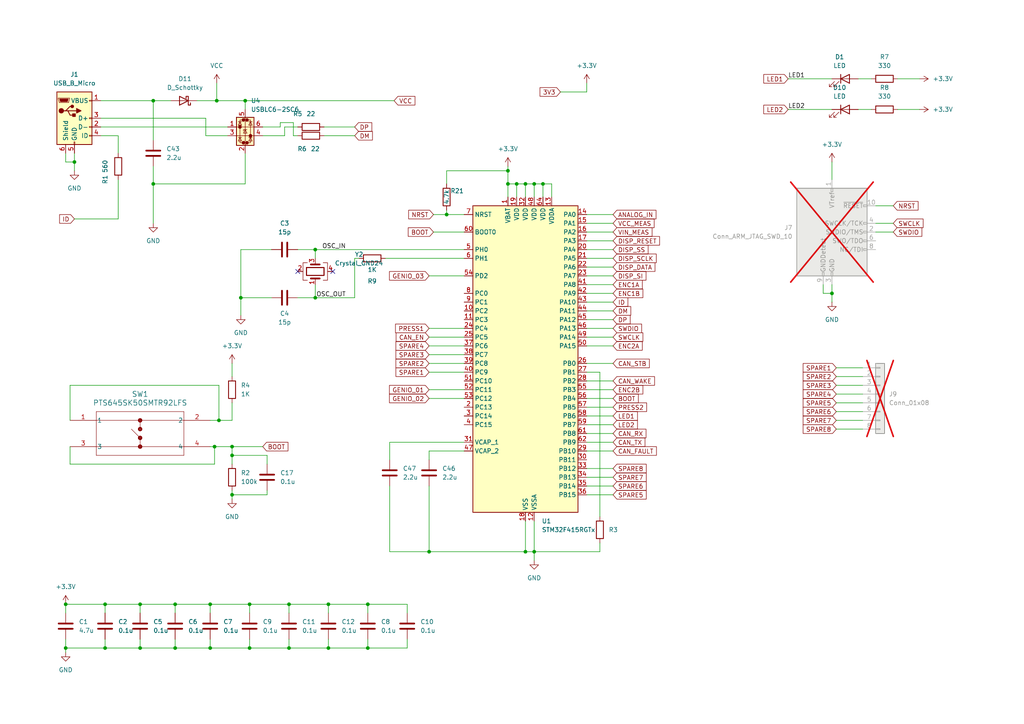
<source format=kicad_sch>
(kicad_sch (version 20231120) (generator "eeschema") (generator_version "8.0")
  (paper "A4")
  (lib_symbols
    (symbol "Connector:Conn_ARM_JTAG_SWD_10" (pin_names (offset 1.016))
      (property "Reference" "J" (at -2.54 16.51 0))
      (property "Value" "Conn_ARM_JTAG_SWD_10" (at -2.54 13.97 0))
      (symbol "Conn_ARM_JTAG_SWD_10_0_1"
        (rectangle (start -10.16 12.7) (end 10.16 -12.7) (stroke (width 0.254)) (fill (type background)))
        (rectangle (start -2.794 -12.7) (end -2.286 -11.684))
        (rectangle (start -0.254 -12.7) (end 0.254 -11.684))
        (rectangle (start -0.254 12.7) (end 0.254 11.684))
        (rectangle (start 9.144 2.286) (end 10.16 2.794))
        (rectangle (start 10.16 -2.794) (end 9.144 -2.286))
        (rectangle (start 10.16 -0.254) (end 9.144 0.254))
        (rectangle (start 10.16 7.874) (end 9.144 7.366))
      )
      (symbol "Conn_ARM_JTAG_SWD_10_1_1"
        (rectangle (start 9.144 -5.334) (end 10.16 -4.826))
        (pin power_in line (at 0 15.24 270) (length 2.54) (name "VTref") (number "1"))
        (pin open_collector line (at 12.7 7.62 180) (length 2.54) (name "~{RESET}") (number "10"))
        (pin bidirectional line (at 12.7 0 180) (length 2.54) (name "SWDIO/TMS") (number "2"))
        (pin power_in line (at 0 -15.24 90) (length 2.54) (name "GND") (number "3"))
        (pin output line (at 12.7 2.54 180) (length 2.54) (name "SWCLK/TCK") (number "4"))
        (pin passive line (at 0 -15.24 90) (length 2.54) hide (name "GND") (number "5"))
        (pin input line (at 12.7 -2.54 180) (length 2.54) (name "SWO/TDO") (number "6"))
        (pin no_connect line (at -10.16 0 0) (length 2.54) hide (name "KEY") (number "7"))
        (pin output line (at 12.7 -5.08 180) (length 2.54) (name "NC/TDI") (number "8"))
        (pin passive line (at -2.54 -15.24 90) (length 2.54) (name "GNDDetect") (number "9"))
      )
    )
    (symbol "Connector:USB_B_Micro" (pin_names (offset 1.016))
      (property "Reference" "J" (at -5.08 11.43 0))
      (property "Value" "USB_B_Micro" (at -5.08 8.89 0))
      (symbol "USB_B_Micro_0_1"
        (rectangle (start -5.08 -7.62) (end 5.08 7.62) (stroke (width 0.254)) (fill (type background)))
        (circle (center -3.81 2.159) (radius 0.635) (stroke (width 0.254)) (fill (type outline)))
        (circle (center -0.635 3.429) (radius 0.381) (stroke (width 0.254)) (fill (type outline)))
        (rectangle (start -0.127 -7.62) (end 0.127 -6.858))
        (polyline (pts (xy -1.905 2.159) (xy 0.635 2.159)) (stroke (width 0.254)))
        (polyline (pts (xy -3.175 2.159) (xy -2.54 2.159) (xy -1.27 3.429) (xy -0.635 3.429)) (stroke (width 0.254)))
        (polyline (pts (xy -2.54 2.159) (xy -1.905 2.159) (xy -1.27 0.889) (xy 0 0.889)) (stroke (width 0.254)))
        (polyline (pts (xy 0.635 2.794) (xy 0.635 1.524) (xy 1.905 2.159) (xy 0.635 2.794)) (stroke (width 0.254)) (fill (type outline)))
        (polyline (pts (xy -4.318 5.588) (xy -1.778 5.588) (xy -2.032 4.826) (xy -4.064 4.826) (xy -4.318 5.588)) (fill (type outline)))
        (polyline (pts (xy -4.699 5.842) (xy -4.699 5.588) (xy -4.445 4.826) (xy -4.445 4.572) (xy -1.651 4.572) (xy -1.651 4.826) (xy -1.397 5.588) (xy -1.397 5.842) (xy -4.699 5.842)))
        (rectangle (start 0.254 1.27) (end -0.508 0.508) (stroke (width 0.254)) (fill (type outline)))
        (rectangle (start 5.08 -5.207) (end 4.318 -4.953))
        (rectangle (start 5.08 -2.667) (end 4.318 -2.413))
        (rectangle (start 5.08 -0.127) (end 4.318 0.127))
        (rectangle (start 5.08 4.953) (end 4.318 5.207))
      )
      (symbol "USB_B_Micro_1_1"
        (pin power_out line (at 7.62 5.08 180) (length 2.54) (name "VBUS") (number "1"))
        (pin bidirectional line (at 7.62 -2.54 180) (length 2.54) (name "D-") (number "2"))
        (pin bidirectional line (at 7.62 0 180) (length 2.54) (name "D+") (number "3"))
        (pin passive line (at 7.62 -5.08 180) (length 2.54) (name "ID") (number "4"))
        (pin power_out line (at 0 -10.16 90) (length 2.54) (name "GND") (number "5"))
        (pin passive line (at -2.54 -10.16 90) (length 2.54) (name "Shield") (number "6"))
      )
    )
    (symbol "Connector_Generic:Conn_01x08" (pin_names (offset 1.016) hide)
      (property "Reference" "J" (at 0 10.16 0))
      (property "Value" "Conn_01x08" (at 0 -12.7 0))
      (symbol "Conn_01x08_1_1"
        (rectangle (start -1.27 -10.033) (end 0 -10.287) (stroke (width 0.1524)))
        (rectangle (start -1.27 -7.493) (end 0 -7.747) (stroke (width 0.1524)))
        (rectangle (start -1.27 -4.953) (end 0 -5.207) (stroke (width 0.1524)))
        (rectangle (start -1.27 -2.413) (end 0 -2.667) (stroke (width 0.1524)))
        (rectangle (start -1.27 0.127) (end 0 -0.127) (stroke (width 0.1524)))
        (rectangle (start -1.27 2.667) (end 0 2.413) (stroke (width 0.1524)))
        (rectangle (start -1.27 5.207) (end 0 4.953) (stroke (width 0.1524)))
        (rectangle (start -1.27 7.747) (end 0 7.493) (stroke (width 0.1524)))
        (rectangle (start -1.27 8.89) (end 1.27 -11.43) (stroke (width 0.254)) (fill (type background)))
        (pin passive line (at -5.08 7.62 0) (length 3.81) (name "Pin_1") (number "1"))
        (pin passive line (at -5.08 5.08 0) (length 3.81) (name "Pin_2") (number "2"))
        (pin passive line (at -5.08 2.54 0) (length 3.81) (name "Pin_3") (number "3"))
        (pin passive line (at -5.08 0 0) (length 3.81) (name "Pin_4") (number "4"))
        (pin passive line (at -5.08 -2.54 0) (length 3.81) (name "Pin_5") (number "5"))
        (pin passive line (at -5.08 -5.08 0) (length 3.81) (name "Pin_6") (number "6"))
        (pin passive line (at -5.08 -7.62 0) (length 3.81) (name "Pin_7") (number "7"))
        (pin passive line (at -5.08 -10.16 0) (length 3.81) (name "Pin_8") (number "8"))
      )
    )
    (symbol "Device:C" (pin_numbers hide) (pin_names (offset 0.254))
      (property "Reference" "C" (at 0.635 2.54 0))
      (property "Value" "C" (at 0.635 -2.54 0))
      (symbol "C_0_1"
        (polyline (pts (xy -2.032 -0.762) (xy 2.032 -0.762)) (stroke (width 0.508)))
        (polyline (pts (xy -2.032 0.762) (xy 2.032 0.762)) (stroke (width 0.508)))
      )
      (symbol "C_1_1"
        (pin passive line (at 0 3.81 270) (length 2.794) (name "~") (number "1"))
        (pin passive line (at 0 -3.81 90) (length 2.794) (name "~") (number "2"))
      )
    )
    (symbol "Device:Crystal_GND24" (pin_names (offset 1.016) hide)
      (property "Reference" "Y" (at 3.175 5.08 0))
      (property "Value" "Crystal_GND24" (at 3.175 3.175 0))
      (symbol "Crystal_GND24_0_1"
        (rectangle (start -1.143 2.54) (end 1.143 -2.54) (stroke (width 0.3048)))
        (polyline (pts (xy -2.54 0) (xy -2.032 0)))
        (polyline (pts (xy -2.032 -1.27) (xy -2.032 1.27)) (stroke (width 0.508)))
        (polyline (pts (xy 0 -3.81) (xy 0 -3.556)))
        (polyline (pts (xy 0 3.556) (xy 0 3.81)))
        (polyline (pts (xy 2.032 -1.27) (xy 2.032 1.27)) (stroke (width 0.508)))
        (polyline (pts (xy 2.032 0) (xy 2.54 0)))
        (polyline (pts (xy -2.54 -2.286) (xy -2.54 -3.556) (xy 2.54 -3.556) (xy 2.54 -2.286)))
        (polyline (pts (xy -2.54 2.286) (xy -2.54 3.556) (xy 2.54 3.556) (xy 2.54 2.286)))
      )
      (symbol "Crystal_GND24_1_1"
        (pin passive line (at -3.81 0 0) (length 1.27) (name "1") (number "1"))
        (pin passive line (at 0 5.08 270) (length 1.27) (name "2") (number "2"))
        (pin passive line (at 3.81 0 180) (length 1.27) (name "3") (number "3"))
        (pin passive line (at 0 -5.08 90) (length 1.27) (name "4") (number "4"))
      )
    )
    (symbol "Device:D_Schottky" (pin_numbers hide) (pin_names (offset 1.016) hide)
      (property "Reference" "D" (at 0 2.54 0))
      (property "Value" "D_Schottky" (at 0 -2.54 0))
      (symbol "D_Schottky_0_1"
        (polyline (pts (xy 1.27 0) (xy -1.27 0)))
        (polyline (pts (xy 1.27 1.27) (xy 1.27 -1.27) (xy -1.27 0) (xy 1.27 1.27)) (stroke (width 0.254)))
        (polyline (pts (xy -1.905 0.635) (xy -1.905 1.27) (xy -1.27 1.27) (xy -1.27 -1.27) (xy -0.635 -1.27) (xy -0.635 -0.635)) (stroke (width 0.254)))
      )
      (symbol "D_Schottky_1_1"
        (pin passive line (at -3.81 0 0) (length 2.54) (name "K") (number "1"))
        (pin passive line (at 3.81 0 180) (length 2.54) (name "A") (number "2"))
      )
    )
    (symbol "Device:LED" (pin_numbers hide) (pin_names (offset 1.016) hide)
      (property "Reference" "D" (at 0 2.54 0))
      (property "Value" "LED" (at 0 -2.54 0))
      (symbol "LED_0_1"
        (polyline (pts (xy -1.27 -1.27) (xy -1.27 1.27)) (stroke (width 0.254)))
        (polyline (pts (xy -1.27 0) (xy 1.27 0)))
        (polyline (pts (xy 1.27 -1.27) (xy 1.27 1.27) (xy -1.27 0) (xy 1.27 -1.27)) (stroke (width 0.254)))
        (polyline (pts (xy -3.048 -0.762) (xy -4.572 -2.286) (xy -3.81 -2.286) (xy -4.572 -2.286) (xy -4.572 -1.524)))
        (polyline (pts (xy -1.778 -0.762) (xy -3.302 -2.286) (xy -2.54 -2.286) (xy -3.302 -2.286) (xy -3.302 -1.524)))
      )
      (symbol "LED_1_1"
        (pin passive line (at -3.81 0 0) (length 2.54) (name "K") (number "1"))
        (pin passive line (at 3.81 0 180) (length 2.54) (name "A") (number "2"))
      )
    )
    (symbol "Device:R" (pin_numbers hide) (pin_names (offset 0))
      (property "Reference" "R" (at 2.032 0 90))
      (property "Value" "R" (at 0 0 90))
      (symbol "R_0_1"
        (rectangle (start -1.016 -2.54) (end 1.016 2.54) (stroke (width 0.254)))
      )
      (symbol "R_1_1"
        (pin passive line (at 0 3.81 270) (length 1.27) (name "~") (number "1"))
        (pin passive line (at 0 -3.81 90) (length 1.27) (name "~") (number "2"))
      )
    )
    (symbol "GND_1" (power) (pin_numbers hide) (pin_names (offset 0) hide)
      (property "Value" "GND" (at 0 -3.81 0))
      (symbol "GND_1_0_1"
        (polyline (pts (xy 0 0) (xy 0 -1.27) (xy 1.27 -1.27) (xy 0 -2.54) (xy -1.27 -1.27) (xy 0 -1.27)))
      )
      (symbol "GND_1_1_1"
        (pin power_in line (at 0 0 270) (length 0) (name "~") (number "1"))
      )
    )
    (symbol "General:PTS645SK50SMTR92LFS" (pin_names (offset 0.254))
      (property "Reference" "SW" (at 0 11.43 0))
      (property "Value" "PTS645SK50SMTR92LFS" (at 0 8.89 0))
      (symbol "PTS645SK50SMTR92LFS_1_1"
        (circle (center 0 -3.81) (radius 0.127) (stroke (width 0.508)))
        (circle (center 0 -1.27) (radius 0.127) (stroke (width 0.508)))
        (polyline (pts (xy -12.7 -6.35) (xy 12.7 -6.35)) (stroke (width 0.127)))
        (polyline (pts (xy -12.7 -3.81) (xy 12.7 -3.81)) (stroke (width 0.127)))
        (polyline (pts (xy -12.7 3.81) (xy 12.7 3.81)) (stroke (width 0.127)))
        (polyline (pts (xy -12.7 6.35) (xy -12.7 -6.35)) (stroke (width 0.127)))
        (polyline (pts (xy -2.54 1.27) (xy 0 -1.27)) (stroke (width 0.127)))
        (polyline (pts (xy 0 -1.27) (xy 0 -3.81)) (stroke (width 0.127)))
        (polyline (pts (xy 0 3.81) (xy 0 1.27)) (stroke (width 0.127)))
        (polyline (pts (xy 12.7 -6.35) (xy 12.7 6.35)) (stroke (width 0.127)))
        (polyline (pts (xy 12.7 6.35) (xy -12.7 6.35)) (stroke (width 0.127)))
        (circle (center 0 1.27) (radius 0.127) (stroke (width 0.508)))
        (circle (center 0 3.81) (radius 0.127) (stroke (width 0.508)))
        (pin unspecified line (at -20.32 3.81 0) (length 7.62) (name "1") (number "1"))
        (pin unspecified line (at 20.32 3.81 180) (length 7.62) (name "2") (number "2"))
        (pin unspecified line (at -20.32 -3.81 0) (length 7.62) (name "3") (number "3"))
        (pin unspecified line (at 20.32 -3.81 180) (length 7.62) (name "4") (number "4"))
      )
    )
    (symbol "MCU_ST_STM32F4:STM32F415RGTx"
      (property "Reference" "U" (at -15.24 46.99 0))
      (property "Value" "STM32F415RGTx" (at 10.16 46.99 0))
      (symbol "STM32F415RGTx_0_1"
        (rectangle (start -15.24 -43.18) (end 15.24 45.72) (stroke (width 0.254)) (fill (type background)))
      )
      (symbol "STM32F415RGTx_1_1"
        (pin power_in line (at -5.08 48.26 270) (length 2.54) (name "VBAT") (number "1"))
        (pin bidirectional line (at -17.78 15.24 0) (length 2.54) (name "PC2") (number "10"))
        (pin bidirectional line (at -17.78 12.7 0) (length 2.54) (name "PC3") (number "11"))
        (pin power_in line (at 2.54 -45.72 90) (length 2.54) (name "VSSA") (number "12"))
        (pin power_in line (at 7.62 48.26 270) (length 2.54) (name "VDDA") (number "13"))
        (pin bidirectional line (at 17.78 43.18 180) (length 2.54) (name "PA0") (number "14"))
        (pin bidirectional line (at 17.78 40.64 180) (length 2.54) (name "PA1") (number "15"))
        (pin bidirectional line (at 17.78 38.1 180) (length 2.54) (name "PA2") (number "16"))
        (pin bidirectional line (at 17.78 35.56 180) (length 2.54) (name "PA3") (number "17"))
        (pin power_in line (at 0 -45.72 90) (length 2.54) (name "VSS") (number "18"))
        (pin power_in line (at -2.54 48.26 270) (length 2.54) (name "VDD") (number "19"))
        (pin bidirectional line (at -17.78 -12.7 0) (length 2.54) (name "PC13") (number "2"))
        (pin bidirectional line (at 17.78 33.02 180) (length 2.54) (name "PA4") (number "20"))
        (pin bidirectional line (at 17.78 30.48 180) (length 2.54) (name "PA5") (number "21"))
        (pin bidirectional line (at 17.78 27.94 180) (length 2.54) (name "PA6") (number "22"))
        (pin bidirectional line (at 17.78 25.4 180) (length 2.54) (name "PA7") (number "23"))
        (pin bidirectional line (at -17.78 10.16 0) (length 2.54) (name "PC4") (number "24"))
        (pin bidirectional line (at -17.78 7.62 0) (length 2.54) (name "PC5") (number "25"))
        (pin bidirectional line (at 17.78 0 180) (length 2.54) (name "PB0") (number "26"))
        (pin bidirectional line (at 17.78 -2.54 180) (length 2.54) (name "PB1") (number "27"))
        (pin bidirectional line (at 17.78 -5.08 180) (length 2.54) (name "PB2") (number "28"))
        (pin bidirectional line (at 17.78 -25.4 180) (length 2.54) (name "PB10") (number "29"))
        (pin bidirectional line (at -17.78 -15.24 0) (length 2.54) (name "PC14") (number "3"))
        (pin bidirectional line (at 17.78 -27.94 180) (length 2.54) (name "PB11") (number "30"))
        (pin power_out line (at -17.78 -22.86 0) (length 2.54) (name "VCAP_1") (number "31"))
        (pin power_in line (at 0 48.26 270) (length 2.54) (name "VDD") (number "32"))
        (pin bidirectional line (at 17.78 -30.48 180) (length 2.54) (name "PB12") (number "33"))
        (pin bidirectional line (at 17.78 -33.02 180) (length 2.54) (name "PB13") (number "34"))
        (pin bidirectional line (at 17.78 -35.56 180) (length 2.54) (name "PB14") (number "35"))
        (pin bidirectional line (at 17.78 -38.1 180) (length 2.54) (name "PB15") (number "36"))
        (pin bidirectional line (at -17.78 5.08 0) (length 2.54) (name "PC6") (number "37"))
        (pin bidirectional line (at -17.78 2.54 0) (length 2.54) (name "PC7") (number "38"))
        (pin bidirectional line (at -17.78 0 0) (length 2.54) (name "PC8") (number "39"))
        (pin bidirectional line (at -17.78 -17.78 0) (length 2.54) (name "PC15") (number "4"))
        (pin bidirectional line (at -17.78 -2.54 0) (length 2.54) (name "PC9") (number "40"))
        (pin bidirectional line (at 17.78 22.86 180) (length 2.54) (name "PA8") (number "41"))
        (pin bidirectional line (at 17.78 20.32 180) (length 2.54) (name "PA9") (number "42"))
        (pin bidirectional line (at 17.78 17.78 180) (length 2.54) (name "PA10") (number "43"))
        (pin bidirectional line (at 17.78 15.24 180) (length 2.54) (name "PA11") (number "44"))
        (pin bidirectional line (at 17.78 12.7 180) (length 2.54) (name "PA12") (number "45"))
        (pin bidirectional line (at 17.78 10.16 180) (length 2.54) (name "PA13") (number "46"))
        (pin power_out line (at -17.78 -25.4 0) (length 2.54) (name "VCAP_2") (number "47"))
        (pin power_in line (at 2.54 48.26 270) (length 2.54) (name "VDD") (number "48"))
        (pin bidirectional line (at 17.78 7.62 180) (length 2.54) (name "PA14") (number "49"))
        (pin bidirectional line (at -17.78 33.02 0) (length 2.54) (name "PH0") (number "5"))
        (pin bidirectional line (at 17.78 5.08 180) (length 2.54) (name "PA15") (number "50"))
        (pin bidirectional line (at -17.78 -5.08 0) (length 2.54) (name "PC10") (number "51"))
        (pin bidirectional line (at -17.78 -7.62 0) (length 2.54) (name "PC11") (number "52"))
        (pin bidirectional line (at -17.78 -10.16 0) (length 2.54) (name "PC12") (number "53"))
        (pin bidirectional line (at -17.78 25.4 0) (length 2.54) (name "PD2") (number "54"))
        (pin bidirectional line (at 17.78 -7.62 180) (length 2.54) (name "PB3") (number "55"))
        (pin bidirectional line (at 17.78 -10.16 180) (length 2.54) (name "PB4") (number "56"))
        (pin bidirectional line (at 17.78 -12.7 180) (length 2.54) (name "PB5") (number "57"))
        (pin bidirectional line (at 17.78 -15.24 180) (length 2.54) (name "PB6") (number "58"))
        (pin bidirectional line (at 17.78 -17.78 180) (length 2.54) (name "PB7") (number "59"))
        (pin bidirectional line (at -17.78 30.48 0) (length 2.54) (name "PH1") (number "6"))
        (pin input line (at -17.78 38.1 0) (length 2.54) (name "BOOT0") (number "60"))
        (pin bidirectional line (at 17.78 -20.32 180) (length 2.54) (name "PB8") (number "61"))
        (pin bidirectional line (at 17.78 -22.86 180) (length 2.54) (name "PB9") (number "62"))
        (pin passive line (at 0 -45.72 90) (length 2.54) hide (name "VSS") (number "63"))
        (pin power_in line (at 5.08 48.26 270) (length 2.54) (name "VDD") (number "64"))
        (pin input line (at -17.78 43.18 0) (length 2.54) (name "NRST") (number "7"))
        (pin bidirectional line (at -17.78 20.32 0) (length 2.54) (name "PC0") (number "8"))
        (pin bidirectional line (at -17.78 17.78 0) (length 2.54) (name "PC1") (number "9"))
      )
    )
    (symbol "Power_Protection:USBLC6-2SC6" (pin_names hide)
      (property "Reference" "U" (at 0.635 5.715 0))
      (property "Value" "USBLC6-2SC6" (at 0.635 3.81 0))
      (symbol "USBLC6-2SC6_0_0"
        (circle (center -1.524 0) (radius 0.0001) (stroke (width 0.508)))
        (circle (center -0.508 -4.572) (radius 0.0001) (stroke (width 0.508)))
        (circle (center -0.508 2.032) (radius 0.0001) (stroke (width 0.508)))
        (circle (center 0.508 -4.572) (radius 0.0001) (stroke (width 0.508)))
        (circle (center 0.508 2.032) (radius 0.0001) (stroke (width 0.508)))
        (circle (center 1.524 -2.54) (radius 0.0001) (stroke (width 0.508)))
      )
      (symbol "USBLC6-2SC6_0_1"
        (polyline (pts (xy -2.54 -2.54) (xy 2.54 -2.54)))
        (polyline (pts (xy -2.54 0) (xy 2.54 0)))
        (polyline (pts (xy -2.032 -3.048) (xy -1.016 -3.048)))
        (polyline (pts (xy -1.016 1.524) (xy -2.032 1.524)))
        (polyline (pts (xy 1.016 -3.048) (xy 2.032 -3.048)))
        (polyline (pts (xy 1.016 1.524) (xy 2.032 1.524)))
        (polyline (pts (xy -0.508 -1.143) (xy -0.508 -0.762) (xy 0.508 -0.762)))
        (polyline (pts (xy -2.032 0.508) (xy -1.016 0.508) (xy -1.524 1.524) (xy -2.032 0.508)))
        (polyline (pts (xy -1.016 -4.064) (xy -2.032 -4.064) (xy -1.524 -3.048) (xy -1.016 -4.064)))
        (polyline (pts (xy 0.508 -1.778) (xy -0.508 -1.778) (xy 0 -0.762) (xy 0.508 -1.778)))
        (polyline (pts (xy 2.032 -4.064) (xy 1.016 -4.064) (xy 1.524 -3.048) (xy 2.032 -4.064)))
        (polyline (pts (xy 2.032 0.508) (xy 1.016 0.508) (xy 1.524 1.524) (xy 2.032 0.508)))
        (polyline (pts (xy 0 2.54) (xy -0.508 2.032) (xy 0.508 2.032) (xy 0 1.524) (xy 0 -4.064) (xy -0.508 -4.572) (xy 0.508 -4.572) (xy 0 -5.08)))
      )
      (symbol "USBLC6-2SC6_1_1"
        (rectangle (start -2.54 2.794) (end 2.54 -5.334) (stroke (width 0.254)) (fill (type background)))
        (polyline (pts (xy -0.508 2.032) (xy -1.524 2.032) (xy -1.524 -4.572) (xy -0.508 -4.572)))
        (polyline (pts (xy 0.508 -4.572) (xy 1.524 -4.572) (xy 1.524 2.032) (xy 0.508 2.032)))
        (pin passive line (at -5.08 0 0) (length 2.54) (name "I/O1") (number "1"))
        (pin passive line (at 0 -7.62 90) (length 2.54) (name "GND") (number "2"))
        (pin passive line (at -5.08 -2.54 0) (length 2.54) (name "I/O2") (number "3"))
        (pin passive line (at 5.08 -2.54 180) (length 2.54) (name "I/O2") (number "4"))
        (pin passive line (at 0 5.08 270) (length 2.54) (name "VBUS") (number "5"))
        (pin passive line (at 5.08 0 180) (length 2.54) (name "I/O1") (number "6"))
      )
    )
    (symbol "power:+3.3V" (power) (pin_names (offset 0))
      (property "Value" "+3.3V" (at 0 3.556 0))
      (symbol "+3.3V_0_1"
        (polyline (pts (xy -0.762 1.27) (xy 0 2.54)))
        (polyline (pts (xy 0 0) (xy 0 2.54)))
        (polyline (pts (xy 0 2.54) (xy 0.762 1.27)))
      )
      (symbol "+3.3V_1_1"
        (pin power_in line (at 0 0 90) (length 0) hide (name "+3.3V") (number "1"))
      )
    )
    (symbol "power:GND" (power) (pin_names (offset 0))
      (property "Value" "GND" (at 0 -3.81 0))
      (symbol "GND_0_1"
        (polyline (pts (xy 0 0) (xy 0 -1.27) (xy 1.27 -1.27) (xy 0 -2.54) (xy -1.27 -1.27) (xy 0 -1.27)))
      )
      (symbol "GND_1_1"
        (pin power_in line (at 0 0 270) (length 0) hide (name "GND") (number "1"))
      )
    )
    (symbol "power:VCC" (power) (pin_names (offset 0))
      (property "Value" "VCC" (at 0 3.81 0))
      (symbol "VCC_0_1"
        (polyline (pts (xy -0.762 1.27) (xy 0 2.54)))
        (polyline (pts (xy 0 0) (xy 0 2.54)))
        (polyline (pts (xy 0 2.54) (xy 0.762 1.27)))
      )
      (symbol "VCC_1_1"
        (pin power_in line (at 0 0 90) (length 0) hide (name "VCC") (number "1"))
      )
    )
  )
  (junction (at 83.82 175.26))
  (junction (at 30.48 187.96))
  (junction (at 72.39 175.26))
  (junction (at 124.46 160.02))
  (junction (at 60.96 175.26))
  (junction (at 157.48 53.34))
  (junction (at 21.59 46.99))
  (junction (at 19.05 187.96))
  (junction (at 152.4 53.34))
  (junction (at 50.8 175.26))
  (junction (at 83.82 187.96))
  (junction (at 129.54 62.23))
  (junction (at 30.48 175.26))
  (junction (at 91.44 72.39))
  (junction (at 19.05 175.26))
  (junction (at 154.94 160.02))
  (junction (at 44.45 53.34))
  (junction (at 147.32 53.34))
  (junction (at 147.32 49.53))
  (junction (at 69.85 86.36))
  (junction (at 154.94 53.34))
  (junction (at 91.44 86.36))
  (junction (at 40.64 175.26))
  (junction (at 50.8 187.96))
  (junction (at 67.31 129.54))
  (junction (at 95.25 175.26))
  (junction (at 72.39 187.96))
  (junction (at 106.68 187.96))
  (junction (at 241.3 85.09))
  (junction (at 149.86 53.34))
  (junction (at 62.23 129.54))
  (junction (at 44.45 29.21))
  (junction (at 62.865 29.21))
  (junction (at 67.31 143.51))
  (junction (at 63.5 121.92))
  (junction (at 67.31 132.08))
  (junction (at 40.64 187.96))
  (junction (at 71.12 29.21))
  (junction (at 95.25 187.96))
  (junction (at 60.96 187.96))
  (junction (at 106.68 175.26))
  (junction (at 152.4 160.02))
  (no_connect (at 96.52 78.74))
  (no_connect (at 86.36 78.74))
  (wire (pts (xy 118.11 175.26) (xy 106.68 175.26)))
  (wire (pts (xy 20.32 121.92) (xy 20.32 111.76)))
  (wire (pts (xy 20.32 129.54) (xy 20.32 134.62)))
  (wire (pts (xy 44.45 48.26) (xy 44.45 53.34)))
  (wire (pts (xy 71.12 29.21) (xy 71.12 31.75)))
  (wire (pts (xy 62.865 29.21) (xy 62.865 24.13)))
  (wire (pts (xy 20.32 134.62) (xy 62.23 134.62)))
  (wire (pts (xy 170.18 118.11) (xy 177.8 118.11)))
  (wire (pts (xy 77.47 143.51) (xy 67.31 143.51)))
  (wire (pts (xy 152.4 57.15) (xy 152.4 53.34)))
  (wire (pts (xy 40.64 175.26) (xy 50.8 175.26)))
  (wire (pts (xy 29.21 36.83) (xy 66.04 36.83)))
  (wire (pts (xy 147.32 48.26) (xy 147.32 49.53)))
  (wire (pts (xy 242.57 109.22) (xy 250.19 109.22)))
  (wire (pts (xy 173.99 160.02) (xy 154.94 160.02)))
  (wire (pts (xy 66.04 39.37) (xy 59.69 39.37)))
  (wire (pts (xy 91.44 86.36) (xy 102.87 86.36)))
  (wire (pts (xy 19.05 175.26) (xy 30.48 175.26)))
  (wire (pts (xy 124.46 133.35) (xy 124.46 130.81)))
  (wire (pts (xy 170.18 100.33) (xy 177.8 100.33)))
  (wire (pts (xy 238.76 85.09) (xy 241.3 85.09)))
  (wire (pts (xy 170.18 74.93) (xy 177.8 74.93)))
  (wire (pts (xy 170.18 138.43) (xy 177.8 138.43)))
  (wire (pts (xy 29.21 39.37) (xy 34.29 39.37)))
  (wire (pts (xy 170.18 82.55) (xy 177.8 82.55)))
  (wire (pts (xy 72.39 187.96) (xy 83.82 187.96)))
  (wire (pts (xy 81.28 36.83) (xy 81.28 35.56)))
  (wire (pts (xy 93.98 39.37) (xy 102.87 39.37)))
  (wire (pts (xy 242.57 114.3) (xy 250.19 114.3)))
  (wire (pts (xy 125.73 67.31) (xy 134.62 67.31)))
  (wire (pts (xy 78.74 72.39) (xy 69.85 72.39)))
  (wire (pts (xy 34.29 52.07) (xy 34.29 63.5)))
  (wire (pts (xy 72.39 175.26) (xy 72.39 177.8)))
  (wire (pts (xy 111.76 74.93) (xy 134.62 74.93)))
  (wire (pts (xy 157.48 53.34) (xy 154.94 53.34)))
  (wire (pts (xy 91.44 72.39) (xy 91.44 74.93)))
  (wire (pts (xy 50.8 185.42) (xy 50.8 187.96)))
  (wire (pts (xy 62.23 134.62) (xy 62.23 129.54)))
  (wire (pts (xy 95.25 175.26) (xy 95.25 177.8)))
  (wire (pts (xy 129.54 60.96) (xy 129.54 62.23)))
  (wire (pts (xy 30.48 187.96) (xy 19.05 187.96)))
  (wire (pts (xy 83.82 185.42) (xy 83.82 187.96)))
  (wire (pts (xy 57.15 29.21) (xy 62.865 29.21)))
  (wire (pts (xy 152.4 53.34) (xy 149.86 53.34)))
  (wire (pts (xy 170.18 120.65) (xy 177.8 120.65)))
  (wire (pts (xy 129.54 62.23) (xy 134.62 62.23)))
  (wire (pts (xy 72.39 175.26) (xy 83.82 175.26)))
  (wire (pts (xy 83.82 175.26) (xy 95.25 175.26)))
  (wire (pts (xy 242.57 111.76) (xy 250.19 111.76)))
  (wire (pts (xy 124.46 140.97) (xy 124.46 160.02)))
  (wire (pts (xy 228.6 22.86) (xy 241.3 22.86)))
  (wire (pts (xy 20.32 111.76) (xy 63.5 111.76)))
  (wire (pts (xy 60.96 185.42) (xy 60.96 187.96)))
  (wire (pts (xy 170.18 87.63) (xy 177.8 87.63)))
  (wire (pts (xy 67.31 129.54) (xy 76.2 129.54)))
  (wire (pts (xy 149.86 53.34) (xy 147.32 53.34)))
  (wire (pts (xy 29.21 34.29) (xy 59.69 34.29)))
  (wire (pts (xy 147.32 49.53) (xy 147.32 53.34)))
  (wire (pts (xy 124.46 130.81) (xy 134.62 130.81)))
  (wire (pts (xy 21.59 46.99) (xy 21.59 49.53)))
  (wire (pts (xy 157.48 57.15) (xy 157.48 53.34)))
  (wire (pts (xy 254 67.31) (xy 259.08 67.31)))
  (wire (pts (xy 67.31 132.08) (xy 67.31 134.62)))
  (wire (pts (xy 83.82 175.26) (xy 83.82 177.8)))
  (wire (pts (xy 102.87 74.93) (xy 102.87 86.36)))
  (wire (pts (xy 83.82 187.96) (xy 95.25 187.96)))
  (wire (pts (xy 59.69 34.29) (xy 59.69 39.37)))
  (wire (pts (xy 106.68 175.26) (xy 95.25 175.26)))
  (wire (pts (xy 40.64 185.42) (xy 40.64 187.96)))
  (wire (pts (xy 86.36 86.36) (xy 91.44 86.36)))
  (wire (pts (xy 60.96 175.26) (xy 60.96 177.8)))
  (wire (pts (xy 60.96 175.26) (xy 72.39 175.26)))
  (wire (pts (xy 19.05 175.26) (xy 19.05 177.8)))
  (wire (pts (xy 241.3 82.55) (xy 241.3 85.09)))
  (wire (pts (xy 76.2 36.83) (xy 81.28 36.83)))
  (wire (pts (xy 149.86 57.15) (xy 149.86 53.34)))
  (wire (pts (xy 124.46 105.41) (xy 134.62 105.41)))
  (wire (pts (xy 170.18 135.89) (xy 177.8 135.89)))
  (wire (pts (xy 106.68 187.96) (xy 118.11 187.96)))
  (wire (pts (xy 34.29 39.37) (xy 34.29 44.45)))
  (wire (pts (xy 170.18 97.79) (xy 177.8 97.79)))
  (wire (pts (xy 69.85 72.39) (xy 69.85 86.36)))
  (wire (pts (xy 170.18 107.95) (xy 173.99 107.95)))
  (wire (pts (xy 113.03 160.02) (xy 124.46 160.02)))
  (wire (pts (xy 154.94 53.34) (xy 152.4 53.34)))
  (wire (pts (xy 254 64.77) (xy 259.08 64.77)))
  (wire (pts (xy 254 59.69) (xy 259.08 59.69)))
  (wire (pts (xy 118.11 177.8) (xy 118.11 175.26)))
  (wire (pts (xy 78.74 86.36) (xy 69.85 86.36)))
  (wire (pts (xy 44.45 53.34) (xy 44.45 64.77)))
  (wire (pts (xy 170.18 26.67) (xy 170.18 24.13)))
  (wire (pts (xy 30.48 175.26) (xy 40.64 175.26)))
  (wire (pts (xy 50.8 187.96) (xy 40.64 187.96)))
  (wire (pts (xy 160.02 53.34) (xy 157.48 53.34)))
  (wire (pts (xy 21.59 44.45) (xy 21.59 46.99)))
  (wire (pts (xy 50.8 175.26) (xy 50.8 177.8)))
  (wire (pts (xy 30.48 175.26) (xy 30.48 177.8)))
  (wire (pts (xy 69.85 86.36) (xy 69.85 91.44)))
  (wire (pts (xy 170.18 143.51) (xy 177.8 143.51)))
  (wire (pts (xy 60.96 187.96) (xy 50.8 187.96)))
  (wire (pts (xy 71.12 29.21) (xy 114.3 29.21)))
  (wire (pts (xy 241.3 85.09) (xy 241.3 87.63)))
  (wire (pts (xy 91.44 86.36) (xy 91.44 82.55)))
  (wire (pts (xy 124.46 113.03) (xy 134.62 113.03)))
  (wire (pts (xy 30.48 185.42) (xy 30.48 187.96)))
  (wire (pts (xy 85.09 35.56) (xy 85.09 39.37)))
  (wire (pts (xy 95.25 185.42) (xy 95.25 187.96)))
  (wire (pts (xy 160.02 57.15) (xy 160.02 53.34)))
  (wire (pts (xy 170.18 67.31) (xy 177.8 67.31)))
  (wire (pts (xy 170.18 80.01) (xy 177.8 80.01)))
  (wire (pts (xy 170.18 72.39) (xy 177.8 72.39)))
  (wire (pts (xy 170.18 85.09) (xy 177.8 85.09)))
  (wire (pts (xy 113.03 128.27) (xy 113.03 133.35)))
  (wire (pts (xy 124.46 160.02) (xy 152.4 160.02)))
  (wire (pts (xy 228.6 31.75) (xy 241.3 31.75)))
  (wire (pts (xy 44.45 40.64) (xy 44.45 29.21)))
  (wire (pts (xy 67.31 142.24) (xy 67.31 143.51)))
  (wire (pts (xy 62.23 129.54) (xy 67.31 129.54)))
  (wire (pts (xy 170.18 92.71) (xy 177.8 92.71)))
  (wire (pts (xy 60.96 187.96) (xy 72.39 187.96)))
  (wire (pts (xy 19.05 46.99) (xy 21.59 46.99)))
  (wire (pts (xy 91.44 72.39) (xy 134.62 72.39)))
  (wire (pts (xy 40.64 187.96) (xy 30.48 187.96)))
  (wire (pts (xy 242.57 116.84) (xy 250.19 116.84)))
  (wire (pts (xy 63.5 111.76) (xy 63.5 121.92)))
  (wire (pts (xy 170.18 95.25) (xy 177.8 95.25)))
  (wire (pts (xy 77.47 132.08) (xy 67.31 132.08)))
  (wire (pts (xy 124.46 115.57) (xy 134.62 115.57)))
  (wire (pts (xy 67.31 105.41) (xy 67.31 109.22)))
  (wire (pts (xy 238.76 82.55) (xy 238.76 85.09)))
  (wire (pts (xy 118.11 185.42) (xy 118.11 187.96)))
  (wire (pts (xy 147.32 53.34) (xy 147.32 57.15)))
  (wire (pts (xy 242.57 106.68) (xy 250.19 106.68)))
  (wire (pts (xy 19.05 185.42) (xy 19.05 187.96)))
  (wire (pts (xy 154.94 160.02) (xy 154.94 162.56)))
  (wire (pts (xy 129.54 53.34) (xy 129.54 49.53)))
  (wire (pts (xy 162.56 26.67) (xy 170.18 26.67)))
  (wire (pts (xy 124.46 80.01) (xy 134.62 80.01)))
  (wire (pts (xy 82.55 36.83) (xy 82.55 39.37)))
  (wire (pts (xy 124.46 100.33) (xy 134.62 100.33)))
  (wire (pts (xy 170.18 113.03) (xy 177.8 113.03)))
  (wire (pts (xy 170.18 140.97) (xy 177.8 140.97)))
  (wire (pts (xy 248.92 22.86) (xy 252.73 22.86)))
  (wire (pts (xy 67.31 129.54) (xy 67.31 132.08)))
  (wire (pts (xy 170.18 77.47) (xy 177.8 77.47)))
  (wire (pts (xy 248.92 31.75) (xy 252.73 31.75)))
  (wire (pts (xy 242.57 119.38) (xy 250.19 119.38)))
  (wire (pts (xy 63.5 121.92) (xy 67.31 121.92)))
  (wire (pts (xy 170.18 125.73) (xy 177.8 125.73)))
  (wire (pts (xy 170.18 90.17) (xy 177.8 90.17)))
  (wire (pts (xy 124.46 95.25) (xy 134.62 95.25)))
  (wire (pts (xy 72.39 185.42) (xy 72.39 187.96)))
  (wire (pts (xy 173.99 107.95) (xy 173.99 149.86)))
  (wire (pts (xy 134.62 128.27) (xy 113.03 128.27)))
  (wire (pts (xy 152.4 160.02) (xy 154.94 160.02)))
  (wire (pts (xy 124.46 97.79) (xy 134.62 97.79)))
  (wire (pts (xy 154.94 151.13) (xy 154.94 160.02)))
  (wire (pts (xy 67.31 143.51) (xy 67.31 144.78)))
  (wire (pts (xy 102.87 74.93) (xy 104.14 74.93)))
  (wire (pts (xy 21.59 63.5) (xy 34.29 63.5)))
  (wire (pts (xy 242.57 121.92) (xy 250.19 121.92)))
  (wire (pts (xy 77.47 142.24) (xy 77.47 143.51)))
  (wire (pts (xy 60.96 129.54) (xy 62.23 129.54)))
  (wire (pts (xy 170.18 130.81) (xy 177.8 130.81)))
  (wire (pts (xy 86.36 36.83) (xy 82.55 36.83)))
  (wire (pts (xy 170.18 69.85) (xy 177.8 69.85)))
  (wire (pts (xy 152.4 151.13) (xy 152.4 160.02)))
  (wire (pts (xy 106.68 185.42) (xy 106.68 187.96)))
  (wire (pts (xy 173.99 157.48) (xy 173.99 160.02)))
  (wire (pts (xy 241.3 46.99) (xy 241.3 52.07)))
  (wire (pts (xy 170.18 110.49) (xy 177.8 110.49)))
  (wire (pts (xy 93.98 36.83) (xy 102.87 36.83)))
  (wire (pts (xy 260.35 22.86) (xy 266.7 22.86)))
  (wire (pts (xy 19.05 187.96) (xy 19.05 189.23)))
  (wire (pts (xy 113.03 140.97) (xy 113.03 160.02)))
  (wire (pts (xy 40.64 177.8) (xy 40.64 175.26)))
  (wire (pts (xy 95.25 187.96) (xy 106.68 187.96)))
  (wire (pts (xy 154.94 57.15) (xy 154.94 53.34)))
  (wire (pts (xy 125.73 62.23) (xy 129.54 62.23)))
  (wire (pts (xy 44.45 29.21) (xy 49.53 29.21)))
  (wire (pts (xy 85.09 39.37) (xy 86.36 39.37)))
  (wire (pts (xy 77.47 134.62) (xy 77.47 132.08)))
  (wire (pts (xy 19.05 44.45) (xy 19.05 46.99)))
  (wire (pts (xy 129.54 49.53) (xy 147.32 49.53)))
  (wire (pts (xy 170.18 115.57) (xy 177.8 115.57)))
  (wire (pts (xy 50.8 175.26) (xy 60.96 175.26)))
  (wire (pts (xy 242.57 124.46) (xy 250.19 124.46)))
  (wire (pts (xy 71.12 44.45) (xy 71.12 53.34)))
  (wire (pts (xy 124.46 102.87) (xy 134.62 102.87)))
  (wire (pts (xy 29.21 29.21) (xy 44.45 29.21)))
  (wire (pts (xy 170.18 62.23) (xy 177.8 62.23)))
  (wire (pts (xy 62.865 29.21) (xy 71.12 29.21)))
  (wire (pts (xy 81.28 35.56) (xy 85.09 35.56)))
  (wire (pts (xy 170.18 123.19) (xy 177.8 123.19)))
  (wire (pts (xy 170.18 64.77) (xy 177.8 64.77)))
  (wire (pts (xy 82.55 39.37) (xy 76.2 39.37)))
  (wire (pts (xy 71.12 53.34) (xy 44.45 53.34)))
  (wire (pts (xy 86.36 72.39) (xy 91.44 72.39)))
  (wire (pts (xy 124.46 107.95) (xy 134.62 107.95)))
  (wire (pts (xy 106.68 175.26) (xy 106.68 177.8)))
  (wire (pts (xy 170.18 128.27) (xy 177.8 128.27)))
  (wire (pts (xy 67.31 116.84) (xy 67.31 121.92)))
  (wire (pts (xy 170.18 105.41) (xy 177.8 105.41)))
  (wire (pts (xy 60.96 121.92) (xy 63.5 121.92)))
  (wire (pts (xy 260.35 31.75) (xy 266.7 31.75)))
  (label "OSC_IN" (at 100.33 72.39 180))
  (label "LED1" (at 228.6 22.86 0))
  (label "OSC_OUT" (at 100.33 86.36 180))
  (label "LED2" (at 228.6 31.75 0))
  (global_label "BOOT" (shape input) (at 76.2 129.54 0) (property "Intersheetrefs" "${INTERSHEET_REFS}" (effects (hide yes))))
  (global_label "ANALOG_IN" (shape input) (at 177.8 62.23 0) (property "Intersheetrefs" "${INTERSHEET_REFS}" (effects (hide yes))))
  (global_label "SWCLK" (shape input) (at 259.08 64.77 0) (property "Intersheetrefs" "${INTERSHEET_REFS}" (effects (hide yes))))
  (global_label "SWDIO" (shape input) (at 259.08 67.31 0) (property "Intersheetrefs" "${INTERSHEET_REFS}" (effects (hide yes))))
  (global_label "DP" (shape input) (at 102.87 36.83 0) (property "Intersheetrefs" "${INTERSHEET_REFS}" (effects (hide yes))))
  (global_label "GENIO_02" (shape input) (at 124.46 115.57 180) (property "Intersheetrefs" "${INTERSHEET_REFS}" (effects (hide yes))))
  (global_label "VIN_MEAS" (shape input) (at 177.8 67.31 0) (property "Intersheetrefs" "${INTERSHEET_REFS}" (effects (hide yes))))
  (global_label "SPARE4" (shape input) (at 124.46 100.33 180) (property "Intersheetrefs" "${INTERSHEET_REFS}" (effects (hide yes))))
  (global_label "DISP_SS" (shape input) (at 177.8 72.39 0) (property "Intersheetrefs" "${INTERSHEET_REFS}" (effects (hide yes))))
  (global_label "DISP_SI" (shape input) (at 177.8 80.01 0) (property "Intersheetrefs" "${INTERSHEET_REFS}" (effects (hide yes))))
  (global_label "3V3" (shape input) (at 162.56 26.67 180) (property "Intersheetrefs" "${INTERSHEET_REFS}" (effects (hide yes))))
  (global_label "CAN_TX" (shape input) (at 177.8 128.27 0) (property "Intersheetrefs" "${INTERSHEET_REFS}" (effects (hide yes))))
  (global_label "SPARE7" (shape input) (at 177.8 138.43 0) (property "Intersheetrefs" "${INTERSHEET_REFS}" (effects (hide yes))))
  (global_label "BOOT" (shape input) (at 125.73 67.31 180) (property "Intersheetrefs" "${INTERSHEET_REFS}" (effects (hide yes))))
  (global_label "LED2" (shape input) (at 228.6 31.75 180) (property "Intersheetrefs" "${INTERSHEET_REFS}" (effects (hide yes))))
  (global_label "SPARE2" (shape input) (at 242.57 109.22 180) (property "Intersheetrefs" "${INTERSHEET_REFS}" (effects (hide yes))))
  (global_label "SPARE6" (shape input) (at 177.8 140.97 0) (property "Intersheetrefs" "${INTERSHEET_REFS}" (effects (hide yes))))
  (global_label "ENC1B" (shape input) (at 177.8 85.09 0) (property "Intersheetrefs" "${INTERSHEET_REFS}" (effects (hide yes))))
  (global_label "LED1" (shape input) (at 177.8 120.65 0) (property "Intersheetrefs" "${INTERSHEET_REFS}" (effects (hide yes))))
  (global_label "SPARE7" (shape input) (at 242.57 121.92 180) (property "Intersheetrefs" "${INTERSHEET_REFS}" (effects (hide yes))))
  (global_label "ENC2B" (shape input) (at 177.8 113.03 0) (property "Intersheetrefs" "${INTERSHEET_REFS}" (effects (hide yes))))
  (global_label "SPARE3" (shape input) (at 242.57 111.76 180) (property "Intersheetrefs" "${INTERSHEET_REFS}" (effects (hide yes))))
  (global_label "SPARE8" (shape input) (at 177.8 135.89 0) (property "Intersheetrefs" "${INTERSHEET_REFS}" (effects (hide yes))))
  (global_label "DISP_RESET" (shape input) (at 177.8 69.85 0) (property "Intersheetrefs" "${INTERSHEET_REFS}" (effects (hide yes))))
  (global_label "SPARE5" (shape input) (at 242.57 116.84 180) (property "Intersheetrefs" "${INTERSHEET_REFS}" (effects (hide yes))))
  (global_label "SWCLK" (shape input) (at 177.8 97.79 0) (property "Intersheetrefs" "${INTERSHEET_REFS}" (effects (hide yes))))
  (global_label "SPARE1" (shape input) (at 124.46 107.95 180) (property "Intersheetrefs" "${INTERSHEET_REFS}" (effects (hide yes))))
  (global_label "PRESS1" (shape input) (at 124.46 95.25 180) (property "Intersheetrefs" "${INTERSHEET_REFS}" (effects (hide yes))))
  (global_label "SPARE3" (shape input) (at 124.46 102.87 180) (property "Intersheetrefs" "${INTERSHEET_REFS}" (effects (hide yes))))
  (global_label "DM" (shape input) (at 177.8 90.17 0) (property "Intersheetrefs" "${INTERSHEET_REFS}" (effects (hide yes))))
  (global_label "ID" (shape input) (at 177.8 87.63 0) (property "Intersheetrefs" "${INTERSHEET_REFS}" (effects (hide yes))))
  (global_label "SPARE4" (shape input) (at 242.57 114.3 180) (property "Intersheetrefs" "${INTERSHEET_REFS}" (effects (hide yes))))
  (global_label "DM" (shape input) (at 102.87 39.37 0) (property "Intersheetrefs" "${INTERSHEET_REFS}" (effects (hide yes))))
  (global_label "BOOT" (shape input) (at 177.8 115.57 0) (property "Intersheetrefs" "${INTERSHEET_REFS}" (effects (hide yes))))
  (global_label "LED1" (shape input) (at 228.6 22.86 180) (property "Intersheetrefs" "${INTERSHEET_REFS}" (effects (hide yes))))
  (global_label "ENC1A" (shape input) (at 177.8 82.55 0) (property "Intersheetrefs" "${INTERSHEET_REFS}" (effects (hide yes))))
  (global_label "SPARE8" (shape input) (at 242.57 124.46 180) (property "Intersheetrefs" "${INTERSHEET_REFS}" (effects (hide yes))))
  (global_label "DISP_SCLK" (shape input) (at 177.8 74.93 0) (property "Intersheetrefs" "${INTERSHEET_REFS}" (effects (hide yes))))
  (global_label "SPARE2" (shape input) (at 124.46 105.41 180) (property "Intersheetrefs" "${INTERSHEET_REFS}" (effects (hide yes))))
  (global_label "SPARE1" (shape input) (at 242.57 106.68 180) (property "Intersheetrefs" "${INTERSHEET_REFS}" (effects (hide yes))))
  (global_label "ID" (shape input) (at 21.59 63.5 180) (property "Intersheetrefs" "${INTERSHEET_REFS}" (effects (hide yes))))
  (global_label "PRESS2" (shape input) (at 177.8 118.11 0) (property "Intersheetrefs" "${INTERSHEET_REFS}" (effects (hide yes))))
  (global_label "LED2" (shape input) (at 177.8 123.19 0) (property "Intersheetrefs" "${INTERSHEET_REFS}" (effects (hide yes))))
  (global_label "CAN_STB" (shape input) (at 177.8 105.41 0) (property "Intersheetrefs" "${INTERSHEET_REFS}" (effects (hide yes))))
  (global_label "NRST" (shape input) (at 259.08 59.69 0) (property "Intersheetrefs" "${INTERSHEET_REFS}" (effects (hide yes))))
  (global_label "SPARE6" (shape input) (at 242.57 119.38 180) (property "Intersheetrefs" "${INTERSHEET_REFS}" (effects (hide yes))))
  (global_label "SPARE5" (shape input) (at 177.8 143.51 0) (property "Intersheetrefs" "${INTERSHEET_REFS}" (effects (hide yes))))
  (global_label "CAN_FAULT" (shape input) (at 177.8 130.81 0) (property "Intersheetrefs" "${INTERSHEET_REFS}" (effects (hide yes))))
  (global_label "ENC2A" (shape input) (at 177.8 100.33 0) (property "Intersheetrefs" "${INTERSHEET_REFS}" (effects (hide yes))))
  (global_label "SWDIO" (shape input) (at 177.8 95.25 0) (property "Intersheetrefs" "${INTERSHEET_REFS}" (effects (hide yes))))
  (global_label "CAN_EN" (shape input) (at 124.46 97.79 180) (property "Intersheetrefs" "${INTERSHEET_REFS}" (effects (hide yes))))
  (global_label "DP" (shape input) (at 177.8 92.71 0) (property "Intersheetrefs" "${INTERSHEET_REFS}" (effects (hide yes))))
  (global_label "DISP_DATA" (shape input) (at 177.8 77.47 0) (property "Intersheetrefs" "${INTERSHEET_REFS}" (effects (hide yes))))
  (global_label "VCC_MEAS" (shape input) (at 177.8 64.77 0) (property "Intersheetrefs" "${INTERSHEET_REFS}" (effects (hide yes))))
  (global_label "VCC" (shape input) (at 114.3 29.21 0) (property "Intersheetrefs" "${INTERSHEET_REFS}" (effects (hide yes))))
  (global_label "CAN_WAKE" (shape input) (at 177.8 110.49 0) (property "Intersheetrefs" "${INTERSHEET_REFS}" (effects (hide yes))))
  (global_label "GENIO_01" (shape input) (at 124.46 113.03 180) (property "Intersheetrefs" "${INTERSHEET_REFS}" (effects (hide yes))))
  (global_label "CAN_RX" (shape input) (at 177.8 125.73 0) (property "Intersheetrefs" "${INTERSHEET_REFS}" (effects (hide yes))))
  (global_label "NRST" (shape input) (at 125.73 62.23 180) (property "Intersheetrefs" "${INTERSHEET_REFS}" (effects (hide yes))))
  (global_label "GENIO_03" (shape input) (at 124.46 80.01 180) (property "Intersheetrefs" "${INTERSHEET_REFS}" (effects (hide yes))))
  (symbol (lib_id "power:+3.3V") (at 19.05 175.26 0) (unit 1)
    (property "Reference" "#PWR01" (effects (hide yes)))
    (property "Value" "+3.3V" (at 19.05 170.18 0))
  )
  (symbol (lib_id "power:GND") (at 67.31 144.78 0) (unit 1)
    (property "Reference" "#PWR04" (effects (hide yes)))
    (property "Value" "GND" (at 67.31 149.86 0))
  )
  (symbol (lib_id "Device:C") (at 50.8 181.61 0) (unit 1)
    (property "Reference" "C6" (at 54.61 180.34 0) (effects (justify left)))
    (property "Value" "0.1u" (at 54.61 182.88 0) (effects (justify left)))
    (property "Footprint" "Capacitor_SMD:C_0402_1005Metric" (effects (hide yes)))
    (property "JLCPCB" "C1525" (effects (hide yes)))
  )
  (symbol (lib_id "Device:R") (at 90.17 39.37 90) (unit 1)
    (property "Reference" "R6" (at 87.63 43.18 90))
    (property "Value" "22" (at 91.44 43.18 90))
    (property "Footprint" "Resistor_SMD:R_0402_1005Metric" (effects (hide yes)))
  )
  (symbol (lib_id "Device:C") (at 95.25 181.61 0) (unit 1)
    (property "Reference" "C12" (at 99.06 180.34 0) (effects (justify left)))
    (property "Value" "0.1u" (at 99.06 182.88 0) (effects (justify left)))
    (property "Footprint" "Capacitor_SMD:C_0402_1005Metric" (effects (hide yes)))
    (property "JLCPCB" "C1525" (effects (hide yes)))
  )
  (symbol (lib_id "Device:LED") (at 245.11 31.75 0) (unit 1)
    (property "Reference" "D10" (at 243.5225 25.4 0))
    (property "Value" "LED" (at 243.5225 27.94 0))
    (property "Footprint" "LED_SMD:LED_0603_1608Metric" (effects (hide yes)))
    (property "JLCPCB" "C2286" (effects (hide yes)))
  )
  (symbol (lib_id "Device:D_Schottky") (at 53.34 29.21 180) (unit 1)
    (property "Reference" "D11" (at 53.6575 22.86 0))
    (property "Value" "D_Schottky" (at 53.6575 25.4 0))
    (property "Footprint" "Diode_SMD:D_SOD-123" (effects (hide yes)))
    (property "Digikey" "B0540W-FDICT-ND" (effects (hide yes)))
    (property "JLCPCB" "C8598" (effects (hide yes)))
  )
  (symbol (lib_id "Device:C") (at 106.68 181.61 0) (unit 1)
    (property "Reference" "C8" (at 110.49 180.34 0) (effects (justify left)))
    (property "Value" "0.1u" (at 110.49 182.88 0) (effects (justify left)))
    (property "Footprint" "Capacitor_SMD:C_0402_1005Metric" (effects (hide yes)))
    (property "JLCPCB" "C1525" (effects (hide yes)))
  )
  (symbol (lib_id "Device:C") (at 60.96 181.61 0) (unit 1)
    (property "Reference" "C7" (at 64.77 180.34 0) (effects (justify left)))
    (property "Value" "0.1u" (at 64.77 182.88 0) (effects (justify left)))
    (property "Footprint" "Capacitor_SMD:C_0402_1005Metric" (effects (hide yes)))
    (property "JLCPCB" "C1525" (effects (hide yes)))
  )
  (symbol (lib_id "Device:C") (at 82.55 86.36 90) (unit 1)
    (property "Reference" "C4" (at 82.55 90.932 90))
    (property "Value" "15p" (at 82.55 93.472 90))
    (property "Footprint" "Capacitor_SMD:C_0402_1005Metric" (effects (hide yes)))
    (property "JLCPCB" "C1548" (effects (hide yes)))
  )
  (symbol (lib_id "power:GND") (at 44.45 64.77 0) (unit 1)
    (property "Reference" "#PWR07" (effects (hide yes)))
    (property "Value" "GND" (at 44.45 69.85 0))
  )
  (symbol (lib_id "Device:C") (at 83.82 181.61 0) (unit 1)
    (property "Reference" "C11" (at 87.63 180.34 0) (effects (justify left)))
    (property "Value" "0.1u" (at 87.63 182.88 0) (effects (justify left)))
    (property "Footprint" "Capacitor_SMD:C_0402_1005Metric" (effects (hide yes)))
    (property "JLCPCB" "C1525" (effects (hide yes)))
  )
  (symbol (lib_id "power:GND") (at 21.59 49.53 0) (unit 1)
    (property "Reference" "#PWR05" (effects (hide yes)))
    (property "Value" "GND" (at 21.59 54.61 0))
  )
  (symbol (lib_id "Device:C") (at 40.64 181.61 0) (unit 1)
    (property "Reference" "C5" (at 44.45 180.34 0) (effects (justify left)))
    (property "Value" "0.1u" (at 44.45 182.88 0) (effects (justify left)))
    (property "Footprint" "Capacitor_SMD:C_0402_1005Metric" (effects (hide yes)))
    (property "JLCPCB" "C1525" (effects (hide yes)))
  )
  (symbol (lib_id "Connector:Conn_ARM_JTAG_SWD_10") (at 241.3 67.31 0) (unit 1) (dnp yes)
    (property "Reference" "J7" (at 229.87 66.0399 0) (effects (justify right)))
    (property "Value" "Conn_ARM_JTAG_SWD_10" (at 229.87 68.5799 0) (effects (justify right)))
    (property "Footprint" "Connector:Tag-Connect_TC2050-IDC-NL_2x05_P1.27mm_Vertical_with_bottom_clip" (effects (hide yes)))
    (property "Datasheet" "http://infocenter.arm.com/help/topic/com.arm.doc.ddi0314h/DDI0314H_coresight_components_trm.pdf" (effects (hide yes)))
    (property "Description" "Cortex Debug Connector, standard ARM Cortex-M SWD and JTAG interface" (effects (hide yes)))
  )
  (symbol (lib_id "Connector_Generic:Conn_01x08") (at 255.27 114.3 0) (unit 1) (dnp yes)
    (property "Reference" "J9" (at 257.81 114.2999 0) (effects (justify left)))
    (property "Value" "Conn_01x08" (at 257.81 116.8399 0) (effects (justify left)))
    (property "Footprint" "Connector_PinSocket_2.54mm:PinSocket_1x08_P2.54mm_Vertical" (effects (hide yes)))
    (property "Description" "Generic connector, single row, 01x08, script generated (kicad-library-utils/schlib/autogen/connector/)" (effects (hide yes)))
  )
  (symbol (lib_id "Device:R") (at 256.54 22.86 90) (unit 1)
    (property "Reference" "R7" (at 256.54 16.51 90))
    (property "Value" "330" (at 256.54 19.05 90))
    (property "Footprint" "Resistor_SMD:R_0402_1005Metric" (effects (hide yes)))
  )
  (symbol (lib_id "Device:C") (at 77.47 138.43 0) (unit 1)
    (property "Reference" "C17" (at 81.28 137.16 0) (effects (justify left)))
    (property "Value" "0.1u" (at 81.28 139.7 0) (effects (justify left)))
    (property "Footprint" "Capacitor_SMD:C_0402_1005Metric" (effects (hide yes)))
    (property "JLCPCB" "C1525" (effects (hide yes)))
  )
  (symbol (lib_id "Device:C") (at 30.48 181.61 0) (unit 1)
    (property "Reference" "C2" (at 34.29 180.34 0) (effects (justify left)))
    (property "Value" "0.1u" (at 34.29 182.88 0) (effects (justify left)))
    (property "Footprint" "Capacitor_SMD:C_0402_1005Metric" (effects (hide yes)))
    (property "JLCPCB" "C1525" (effects (hide yes)))
  )
  (symbol (lib_id "Device:C") (at 118.11 181.61 0) (unit 1)
    (property "Reference" "C10" (at 121.92 180.34 0) (effects (justify left)))
    (property "Value" "0.1u" (at 121.92 182.88 0) (effects (justify left)))
    (property "Footprint" "Capacitor_SMD:C_0402_1005Metric" (effects (hide yes)))
    (property "JLCPCB" "C1525" (effects (hide yes)))
  )
  (symbol (lib_id "Device:R") (at 34.29 48.26 180) (unit 1)
    (property "Reference" "R1" (at 30.48 52.07 90))
    (property "Value" "560" (at 30.48 48.26 90))
    (property "Footprint" "Resistor_SMD:R_0603_1608Metric" (effects (hide yes)))
  )
  (symbol (lib_id "Device:C") (at 44.45 44.45 180) (unit 1)
    (property "Reference" "C43" (at 48.26 43.18 0) (effects (justify right)))
    (property "Value" "2.2u" (at 48.26 45.72 0) (effects (justify right)))
    (property "Footprint" "Capacitor_SMD:C_0603_1608Metric" (effects (hide yes)))
    (property "JLCPCB" "C23630" (effects (hide yes)))
  )
  (symbol (lib_id "power:+3.3V") (at 67.31 105.41 0) (unit 1)
    (property "Reference" "#PWR09" (effects (hide yes)))
    (property "Value" "+3.3V" (at 67.31 100.33 0))
  )
  (symbol (lib_id "power:GND") (at 69.85 91.44 0) (unit 1)
    (property "Reference" "#PWR03" (effects (hide yes)))
    (property "Value" "GND" (at 69.85 96.52 0))
  )
  (symbol (lib_id "Device:R") (at 256.54 31.75 90) (unit 1)
    (property "Reference" "R8" (at 256.54 25.4 90))
    (property "Value" "330" (at 256.54 27.94 90))
    (property "Footprint" "Resistor_SMD:R_0402_1005Metric" (effects (hide yes)))
  )
  (symbol (lib_id "Device:R") (at 129.54 57.15 180) (unit 1)
    (property "Reference" "R21" (at 132.588 55.372 0))
    (property "Value" "4.7k" (at 129.54 57.15 90))
    (property "Footprint" "Resistor_SMD:R_0402_1005Metric" (effects (hide yes)))
  )
  (symbol (lib_id "power:GND") (at 154.94 162.56 0) (unit 1)
    (property "Reference" "#PWR010" (effects (hide yes)))
    (property "Value" "GND" (at 154.94 167.64 0))
  )
  (symbol (lib_id "power:GND") (at 19.05 189.23 0) (unit 1)
    (property "Reference" "#PWR02" (effects (hide yes)))
    (property "Value" "GND" (at 19.05 194.31 0))
  )
  (symbol (lib_id "General:PTS645SK50SMTR92LFS") (at 40.64 125.73 0) (unit 1)
    (property "Reference" "SW1" (at 40.64 114.3 0) (effects (font (size 1.524 1.524))))
    (property "Value" "PTS645SK50SMTR92LFS" (at 40.64 116.84 0) (effects (font (size 1.524 1.524))))
    (property "Footprint" "footprints:PTS645SK50SMTR92LFS_CNK" (effects (hide yes)))
    (property "Datasheet" "PTS645SK50SMTR92LFS" (effects (hide yes)))
    (property "JLCPCB" "C221872" (effects (hide yes)))
  )
  (symbol (lib_name "GND_1") (lib_id "power:GND") (at 241.3 87.63 0) (unit 1)
    (property "Reference" "#PWR019" (effects (hide yes)))
    (property "Value" "GND" (at 241.3 92.71 0))
    (property "Description" "Power symbol creates a global label with name \"GND\" , ground" (effects (hide yes)))
  )
  (symbol (lib_id "Device:R") (at 107.95 74.93 270) (unit 1)
    (property "Reference" "R9" (at 107.95 81.534 90))
    (property "Value" "1K" (at 107.95 78.232 90))
    (property "Footprint" "Resistor_SMD:R_0402_1005Metric" (effects (hide yes)))
  )
  (symbol (lib_id "Device:Crystal_GND24") (at 91.44 78.74 90) (unit 1)
    (property "Reference" "Y2" (at 104.14 73.7868 90))
    (property "Value" "Crystal_GND24" (at 104.14 76.3268 90))
    (property "Footprint" "Crystal:Crystal_SMD_3225-4Pin_3.2x2.5mm" (effects (hide yes)))
    (property "Description" "Four pin crystal, GND on pins 2 and 4" (effects (hide yes)))
    (property "JLCPCB" "C156247" (effects (hide yes)))
  )
  (symbol (lib_id "Device:R") (at 67.31 138.43 0) (unit 1)
    (property "Reference" "R2" (at 69.85 137.1599 0) (effects (justify left)))
    (property "Value" "100k" (at 69.85 139.6999 0) (effects (justify left)))
    (property "Footprint" "Resistor_SMD:R_0402_1005Metric" (effects (hide yes)))
  )
  (symbol (lib_id "Power_Protection:USBLC6-2SC6") (at 71.12 36.83 0) (unit 1)
    (property "Reference" "U4" (at 72.7711 29.21 0) (effects (justify left)))
    (property "Value" "USBLC6-2SC6" (at 72.7711 31.75 0) (effects (justify left)))
    (property "Footprint" "Package_TO_SOT_SMD:SOT-23-6" (effects (hide yes)))
    (property "Datasheet" "https://www.st.com/resource/en/datasheet/usblc6-2.pdf" (effects (hide yes)))
    (property "Description" "Very low capacitance ESD protection diode, 2 data-line, SOT-23-6" (effects (hide yes)))
    (property "JLCPCB" "C7519" (effects (hide yes)))
  )
  (symbol (lib_id "Device:C") (at 124.46 137.16 0) (unit 1)
    (property "Reference" "C46" (at 128.27 135.8899 0) (effects (justify left)))
    (property "Value" "2.2u" (at 128.27 138.4299 0) (effects (justify left)))
    (property "Footprint" "Capacitor_SMD:C_0603_1608Metric" (effects (hide yes)))
    (property "JLCPCB" "C23630" (effects (hide yes)))
  )
  (symbol (lib_id "power:VCC") (at 62.865 24.13 0) (unit 1)
    (property "Reference" "#PWR06" (effects (hide yes)))
    (property "Value" "VCC" (at 62.865 19.05 0))
  )
  (symbol (lib_id "power:+3.3V") (at 241.3 46.99 0) (unit 1)
    (property "Reference" "#PWR08" (effects (hide yes)))
    (property "Value" "+3.3V" (at 241.3 41.91 0))
  )
  (symbol (lib_id "Connector:USB_B_Micro") (at 21.59 34.29 0) (unit 1)
    (property "Reference" "J1" (at 21.59 21.59 0))
    (property "Value" "USB_B_Micro" (at 21.59 24.13 0))
    (property "Footprint" "Connector_USB:USB_Micro-B_Amphenol_10118193-0001LF_Horizontal" (effects (hide yes)))
    (property "JLCPCB" "C132562" (effects (hide yes)))
  )
  (symbol (lib_id "power:+3.3V") (at 266.7 31.75 270) (unit 1)
    (property "Reference" "#PWR012" (effects (hide yes)))
    (property "Value" "+3.3V" (at 270.51 31.75 90) (effects (justify left)))
  )
  (symbol (lib_id "Device:C") (at 19.05 181.61 0) (unit 1)
    (property "Reference" "C1" (at 22.86 180.34 0) (effects (justify left)))
    (property "Value" "4.7u" (at 22.86 182.88 0) (effects (justify left)))
    (property "Footprint" "Capacitor_SMD:C_0805_2012Metric" (effects (hide yes)))
  )
  (symbol (lib_id "power:+3.3V") (at 170.18 24.13 0) (mirror y) (unit 1)
    (property "Reference" "#PWR021" (effects (hide yes)))
    (property "Value" "+3.3V" (at 170.18 19.05 0))
  )
  (symbol (lib_id "MCU_ST_STM32F4:STM32F415RGTx") (at 152.4 105.41 0) (unit 1)
    (property "Reference" "U1" (at 157.1341 151.13 0) (effects (justify left)))
    (property "Value" "STM32F415RGTx" (at 157.1341 153.67 0) (effects (justify left)))
    (property "Footprint" "Package_QFP:LQFP-64_10x10mm_P0.5mm" (effects (hide yes)))
    (property "Datasheet" "https://www.st.com/resource/en/datasheet/stm32f415rg.pdf" (effects (hide yes)))
    (property "Description" "STMicroelectronics Arm Cortex-M4 MCU, 1024KB flash, 192KB RAM, 168 MHz, 1.8-3.6V, 51 GPIO, LQFP64" (effects (hide yes)))
    (property "JLCPCB" "C15742" (effects (hide yes)))
  )
  (symbol (lib_id "Device:C") (at 82.55 72.39 90) (unit 1)
    (property "Reference" "C3" (at 82.55 64.77 90))
    (property "Value" "15p" (at 82.55 67.31 90))
    (property "Footprint" "Capacitor_SMD:C_0402_1005Metric" (effects (hide yes)))
    (property "JLCPCB" "C1548" (effects (hide yes)))
  )
  (symbol (lib_id "Device:C") (at 72.39 181.61 0) (unit 1)
    (property "Reference" "C9" (at 76.2 180.34 0) (effects (justify left)))
    (property "Value" "0.1u" (at 76.2 182.88 0) (effects (justify left)))
    (property "Footprint" "Capacitor_SMD:C_0402_1005Metric" (effects (hide yes)))
    (property "JLCPCB" "C1525" (effects (hide yes)))
  )
  (symbol (lib_id "Device:R") (at 173.99 153.67 0) (unit 1)
    (property "Reference" "R3" (at 176.53 153.6699 0) (effects (justify left)))
    (property "Value" "100k" (effects (hide yes)))
    (property "Footprint" "Resistor_SMD:R_0402_1005Metric" (effects (hide yes)))
  )
  (symbol (lib_id "Device:R") (at 90.17 36.83 90) (unit 1)
    (property "Reference" "R5" (at 86.36 33.02 90))
    (property "Value" "22" (at 90.17 33.02 90))
    (property "Footprint" "Resistor_SMD:R_0402_1005Metric" (effects (hide yes)))
  )
  (symbol (lib_id "power:+3.3V") (at 266.7 22.86 270) (unit 1)
    (property "Reference" "#PWR015" (effects (hide yes)))
    (property "Value" "+3.3V" (at 270.51 22.86 90) (effects (justify left)))
  )
  (symbol (lib_id "Device:R") (at 67.31 113.03 0) (unit 1)
    (property "Reference" "R4" (at 69.85 111.76 0) (effects (justify left)))
    (property "Value" "1K" (at 69.85 114.3 0) (effects (justify left)))
    (property "Footprint" "Resistor_SMD:R_0402_1005Metric" (effects (hide yes)))
  )
  (symbol (lib_id "Device:C") (at 113.03 137.16 0) (unit 1)
    (property "Reference" "C47" (at 116.84 135.8899 0) (effects (justify left)))
    (property "Value" "2.2u" (at 116.84 138.4299 0) (effects (justify left)))
    (property "Footprint" "Capacitor_SMD:C_0603_1608Metric" (effects (hide yes)))
    (property "JLCPCB" "C23630" (effects (hide yes)))
  )
  (symbol (lib_id "power:+3.3V") (at 147.32 48.26 0) (mirror y) (unit 1)
    (property "Reference" "#PWR011" (effects (hide yes)))
    (property "Value" "+3.3V" (at 147.32 43.18 0))
  )
  (symbol (lib_id "Device:LED") (at 245.11 22.86 0) (unit 1)
    (property "Reference" "D1" (at 243.5225 16.51 0))
    (property "Value" "LED" (at 243.5225 19.05 0))
    (property "Footprint" "LED_SMD:LED_0603_1608Metric" (effects (hide yes)))
    (property "JLCPCB" "C2286" (effects (hide yes)))
  )
)
</source>
